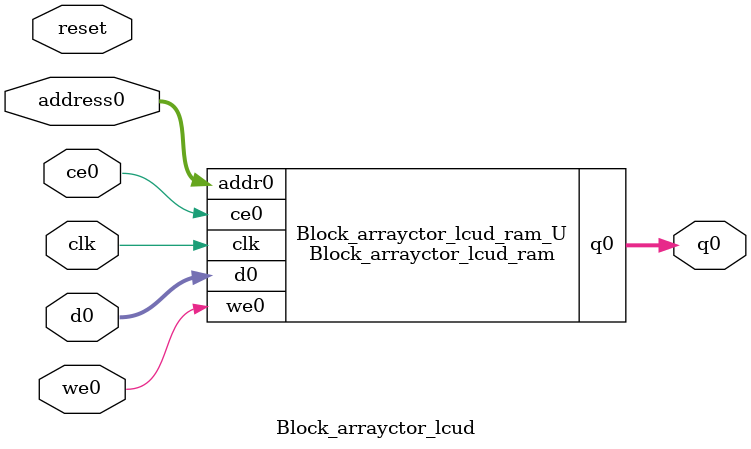
<source format=v>
`timescale 1 ns / 1 ps
module Block_arrayctor_lcud_ram (addr0, ce0, d0, we0, q0,  clk);

parameter DWIDTH = 8;
parameter AWIDTH = 10;
parameter MEM_SIZE = 966;

input[AWIDTH-1:0] addr0;
input ce0;
input[DWIDTH-1:0] d0;
input we0;
output reg[DWIDTH-1:0] q0;
input clk;

(* ram_style = "block" *)reg [DWIDTH-1:0] ram[0:MEM_SIZE-1];




always @(posedge clk)  
begin 
    if (ce0) begin
        if (we0) 
            ram[addr0] <= d0; 
        q0 <= ram[addr0];
    end
end


endmodule

`timescale 1 ns / 1 ps
module Block_arrayctor_lcud(
    reset,
    clk,
    address0,
    ce0,
    we0,
    d0,
    q0);

parameter DataWidth = 32'd8;
parameter AddressRange = 32'd966;
parameter AddressWidth = 32'd10;
input reset;
input clk;
input[AddressWidth - 1:0] address0;
input ce0;
input we0;
input[DataWidth - 1:0] d0;
output[DataWidth - 1:0] q0;



Block_arrayctor_lcud_ram Block_arrayctor_lcud_ram_U(
    .clk( clk ),
    .addr0( address0 ),
    .ce0( ce0 ),
    .we0( we0 ),
    .d0( d0 ),
    .q0( q0 ));

endmodule


</source>
